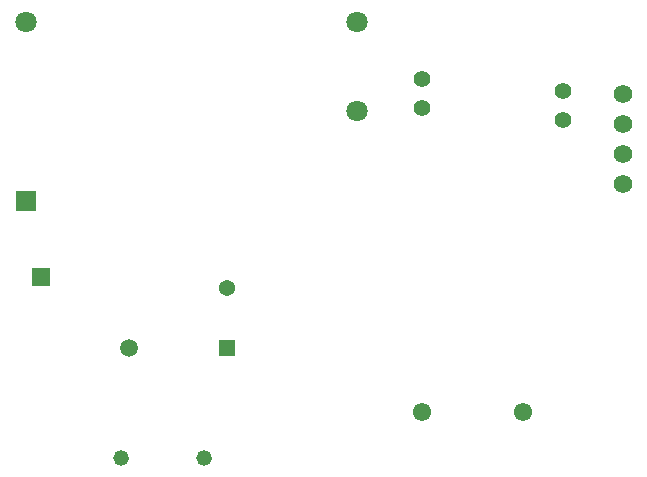
<source format=gbs>
G04 #@! TF.GenerationSoftware,KiCad,Pcbnew,8.0.5*
G04 #@! TF.CreationDate,2024-11-21T15:42:30-05:00*
G04 #@! TF.ProjectId,Power_Daughterboard,506f7765-725f-4446-9175-676874657262,rev?*
G04 #@! TF.SameCoordinates,Original*
G04 #@! TF.FileFunction,Soldermask,Bot*
G04 #@! TF.FilePolarity,Negative*
%FSLAX46Y46*%
G04 Gerber Fmt 4.6, Leading zero omitted, Abs format (unit mm)*
G04 Created by KiCad (PCBNEW 8.0.5) date 2024-11-21 15:42:30*
%MOMM*%
%LPD*%
G01*
G04 APERTURE LIST*
%ADD10C,1.400000*%
%ADD11R,1.800000X1.800000*%
%ADD12C,1.800000*%
%ADD13C,1.574800*%
%ADD14C,1.320800*%
%ADD15C,1.549400*%
%ADD16R,1.371600X1.371600*%
%ADD17C,1.371600*%
%ADD18R,1.500000X1.500000*%
%ADD19C,1.500000*%
G04 APERTURE END LIST*
D10*
X159500000Y-84750000D03*
X159500000Y-82250000D03*
D11*
X114000000Y-91600000D03*
D12*
X114000000Y-76400000D03*
X142000000Y-76400000D03*
X142000000Y-84000000D03*
D10*
X147500000Y-83750000D03*
X147500000Y-81250000D03*
D13*
X164500000Y-82500000D03*
X164500000Y-85040000D03*
X164500000Y-87580000D03*
X164500000Y-90120000D03*
D14*
X122060000Y-113330000D03*
X129060003Y-113330000D03*
D15*
X147510000Y-109489998D03*
X156110003Y-109489998D03*
D16*
X131000000Y-104040000D03*
D17*
X131000000Y-98960000D03*
D18*
X115250000Y-98000000D03*
D19*
X122750000Y-104000000D03*
M02*

</source>
